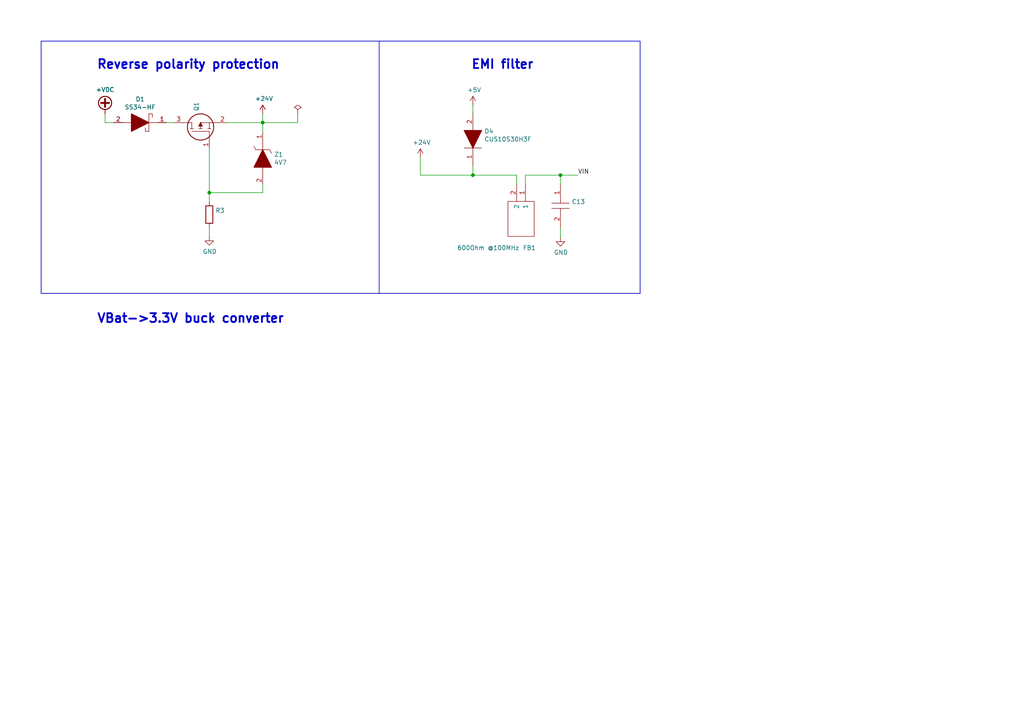
<source format=kicad_sch>
(kicad_sch (version 20230121) (generator eeschema)
  (paper "A4")
  (title_block (title "AC1") (date "2021-07-23") (rev "v0.10.0") (company "OMD") (comment 1 "STM32F411 + IIM-42652 + DAC"))
  (lib_symbols
    (symbol "Device:R" (pin_numbers hide) (pin_names (offset 0))
      (property "Reference" "R" (at 2.032 0 90))
      (property "Value" "R" (at 0 0 90))
      (symbol "R_0_1"
        (rectangle (start -1.016 -2.54) (end 1.016 2.54) (stroke (width 0.254)))
      )
      (symbol "R_1_1"
        (pin passive line (at 0 3.81 270) (length 1.27) (name "~") (number "1"))
        (pin passive line (at 0 -3.81 90) (length 1.27) (name "~") (number "2"))
      )
    )
    (symbol "SamacSys_Parts:AO3401A" (pin_names (offset 0.762))
      (property "Reference" "Q" (at 11.43 3.81 0))
      (property "Value" "AO3401A" (at 11.43 1.27 0))
      (symbol "AO3401A_0_0"
        (pin passive line (at 0 0 0) (length 2.54) (name "~") (number "1"))
        (pin passive line (at 7.62 -5.08 90) (length 2.54) (name "~") (number "2"))
        (pin passive line (at 7.62 10.16 270) (length 2.54) (name "~") (number "3"))
      )
      (symbol "AO3401A_0_1"
        (polyline (pts (xy 5.842 -0.508) (xy 5.842 0.508)) (stroke (width 0.1524)))
        (polyline (pts (xy 5.842 0) (xy 7.62 0)) (stroke (width 0.1524)))
        (polyline (pts (xy 5.842 2.032) (xy 5.842 3.048)) (stroke (width 0.1524)))
        (polyline (pts (xy 5.842 5.588) (xy 5.842 4.572)) (stroke (width 0.1524)))
        (polyline (pts (xy 7.62 2.54) (xy 5.842 2.54)) (stroke (width 0.1524)))
        (polyline (pts (xy 7.62 2.54) (xy 7.62 -2.54)) (stroke (width 0.1524)))
        (polyline (pts (xy 7.62 5.08) (xy 5.842 5.08)) (stroke (width 0.1524)))
        (polyline (pts (xy 7.62 5.08) (xy 7.62 7.62)) (stroke (width 0.1524)))
        (polyline (pts (xy 2.54 0) (xy 5.08 0) (xy 5.08 5.08)) (stroke (width 0.1524)))
        (polyline (pts (xy 7.62 2.54) (xy 6.604 3.048) (xy 6.604 2.032) (xy 7.62 2.54)) (stroke (width 0.254)) (fill (type outline)))
        (circle (center 6.35 2.54) (radius 3.81) (stroke (width 0.254)))
      )
    )
    (symbol "SamacSys_Parts:B5819WS-TP" (pin_names (offset 0.762))
      (property "Reference" "D" (at 11.43 5.08 0))
      (property "Value" "B5819WS-TP" (at 11.43 2.54 0))
      (symbol "B5819WS-TP_0_0"
        (pin passive line (at 0 0 0) (length 5.08) (name "~") (number "1"))
        (pin passive line (at 15.24 0 180) (length 5.08) (name "~") (number "2"))
      )
      (symbol "B5819WS-TP_0_1"
        (polyline (pts (xy 5.08 2.54) (xy 5.08 -2.54)) (stroke (width 0.1524)))
        (polyline (pts (xy 5.08 0) (xy 10.16 2.54) (xy 10.16 -2.54) (xy 5.08 0)) (stroke (width 0.254)) (fill (type outline)))
      )
    )
    (symbol "SamacSys_Parts:BLM18KG601SZ1D" (pin_names (offset 0.762))
      (property "Reference" "FB" (at 16.51 7.62 0))
      (property "Value" "BLM18KG601SZ1D" (at 16.51 5.08 0))
      (symbol "BLM18KG601SZ1D_0_0"
        (pin passive line (at 0 0 0) (length 5.08) (name "1") (number "1"))
        (pin passive line (at 0 -2.54 0) (length 5.08) (name "2") (number "2"))
      )
      (symbol "BLM18KG601SZ1D_0_1"
        (polyline (pts (xy 5.08 2.54) (xy 15.24 2.54) (xy 15.24 -5.08) (xy 5.08 -5.08) (xy 5.08 2.54)) (stroke (width 0.1524)))
      )
    )
    (symbol "SamacSys_Parts:BZT52C4V7T-7" (pin_names (offset 0.762))
      (property "Reference" "Z" (at 10.16 8.89 0))
      (property "Value" "BZT52C4V7T-7" (at 10.16 6.35 0))
      (symbol "BZT52C4V7T-7_0_0"
        (pin passive line (at 0 0 0) (length 2.54) (name "~") (number "1"))
        (pin passive line (at 15.24 0 180) (length 2.54) (name "~") (number "2"))
      )
      (symbol "BZT52C4V7T-7_0_1"
        (polyline (pts (xy 2.54 0) (xy 5.08 0)) (stroke (width 0.1524)))
        (polyline (pts (xy 4.064 -2.54) (xy 5.08 -2.032)) (stroke (width 0.1524)))
        (polyline (pts (xy 5.08 2.032) (xy 5.08 -2.032)) (stroke (width 0.1524)))
        (polyline (pts (xy 5.08 2.032) (xy 6.096 2.54)) (stroke (width 0.1524)))
        (polyline (pts (xy 12.7 0) (xy 10.16 0)) (stroke (width 0.1524)))
        (polyline (pts (xy 5.08 0) (xy 10.16 2.54) (xy 10.16 -2.54) (xy 5.08 0)) (stroke (width 0.254)) (fill (type outline)))
      )
    )
    (symbol "SamacSys_Parts:CL31A106KBHNNNE" (pin_names (offset 0.762))
      (property "Reference" "C" (at 8.89 6.35 0))
      (property "Value" "CL31A106KBHNNNE" (at 8.89 3.81 0))
      (symbol "CL31A106KBHNNNE_0_0"
        (pin passive line (at 0 0 0) (length 5.08) (name "~") (number "1"))
        (pin passive line (at 12.7 0 180) (length 5.08) (name "~") (number "2"))
      )
      (symbol "CL31A106KBHNNNE_0_1"
        (polyline (pts (xy 5.08 0) (xy 5.588 0)) (stroke (width 0.1524)))
        (polyline (pts (xy 5.588 2.54) (xy 5.588 -2.54)) (stroke (width 0.1524)))
        (polyline (pts (xy 7.112 0) (xy 7.62 0)) (stroke (width 0.1524)))
        (polyline (pts (xy 7.112 2.54) (xy 7.112 -2.54)) (stroke (width 0.1524)))
      )
    )
    (symbol "SamacSys_Parts:SS34-HF" (pin_names (offset 0.762))
      (property "Reference" "D" (at 12.7 8.89 0))
      (property "Value" "SS34-HF" (at 12.7 6.35 0))
      (symbol "SS34-HF_0_0"
        (pin passive line (at 2.54 0 0) (length 2.54) (name "~") (number "1"))
        (pin passive line (at 17.78 0 180) (length 2.54) (name "~") (number "2"))
      )
      (symbol "SS34-HF_0_1"
        (polyline (pts (xy 5.08 0) (xy 7.62 0)) (stroke (width 0.1524)))
        (polyline (pts (xy 7.62 2.54) (xy 7.62 -2.54)) (stroke (width 0.1524)))
        (polyline (pts (xy 12.7 0) (xy 15.24 0)) (stroke (width 0.1524)))
        (polyline (pts (xy 7.62 -2.54) (xy 6.604 -2.54) (xy 6.604 -1.524)) (stroke (width 0.1524)))
        (polyline (pts (xy 7.62 2.54) (xy 8.636 2.54) (xy 8.636 1.524)) (stroke (width 0.1524)))
        (polyline (pts (xy 7.62 0) (xy 12.7 2.54) (xy 12.7 -2.54) (xy 7.62 0)) (stroke (width 0.254)) (fill (type outline)))
      )
    )
    (symbol "power:+24V" (power) (pin_names (offset 0))
      (property "Value" "+24V" (at 0 3.556 0))
      (symbol "+24V_0_1"
        (polyline (pts (xy -0.762 1.27) (xy 0 2.54)))
        (polyline (pts (xy 0 0) (xy 0 2.54)))
        (polyline (pts (xy 0 2.54) (xy 0.762 1.27)))
      )
      (symbol "+24V_1_1"
        (pin power_in line (at 0 0 90) (length 0) hide (name "+24V") (number "1"))
      )
    )
    (symbol "power:+5V" (power) (pin_names (offset 0))
      (property "Value" "+5V" (at 0 3.556 0))
      (symbol "+5V_0_1"
        (polyline (pts (xy -0.762 1.27) (xy 0 2.54)))
        (polyline (pts (xy 0 0) (xy 0 2.54)))
        (polyline (pts (xy 0 2.54) (xy 0.762 1.27)))
      )
      (symbol "+5V_1_1"
        (pin power_in line (at 0 0 90) (length 0) hide (name "+5V") (number "1"))
      )
    )
    (symbol "power:+VDC" (power) (pin_names (offset 0))
      (property "Value" "+VDC" (at 0 6.35 0))
      (symbol "+VDC_0_1"
        (polyline (pts (xy -1.143 3.175) (xy 1.143 3.175)) (stroke (width 0.508)))
        (polyline (pts (xy 0 0) (xy 0 1.27)))
        (polyline (pts (xy 0 2.032) (xy 0 4.318)) (stroke (width 0.508)))
        (circle (center 0 3.175) (radius 1.905) (stroke (width 0.254)))
      )
      (symbol "+VDC_1_1"
        (pin power_in line (at 0 0 90) (length 0) hide (name "+VDC") (number "1"))
      )
    )
    (symbol "power:GND" (power) (pin_names (offset 0))
      (property "Value" "GND" (at 0 -3.81 0))
      (symbol "GND_0_1"
        (polyline (pts (xy 0 0) (xy 0 -1.27) (xy 1.27 -1.27) (xy 0 -2.54) (xy -1.27 -1.27) (xy 0 -1.27)))
      )
      (symbol "GND_1_1"
        (pin power_in line (at 0 0 270) (length 0) hide (name "GND") (number "1"))
      )
    )
    (symbol "power:PWR_FLAG" (power) (pin_numbers hide) (pin_names (offset 0) hide)
      (property "Value" "PWR_FLAG" (at 0 3.81 0))
      (symbol "PWR_FLAG_0_0"
        (pin power_out line (at 0 0 90) (length 0) (name "pwr") (number "1"))
      )
      (symbol "PWR_FLAG_0_1"
        (polyline (pts (xy 0 0) (xy 0 1.27) (xy -1.016 1.905) (xy 0 2.54) (xy 1.016 1.905) (xy 0 1.27)))
      )
    )
  )
  (junction (at 137.16 50.8))
  (junction (at 60.706 55.88))
  (junction (at 76.2 35.56))
  (junction (at 162.56 50.8))
  (wire (pts (xy 60.706 58.42) (xy 60.706 55.88)))
  (wire (pts (xy 162.56 66.04) (xy 162.56 68.834)))
  (wire (pts (xy 149.86 50.8) (xy 149.86 53.34)))
  (wire (pts (xy 152.4 50.8) (xy 162.56 50.8)))
  (wire (pts (xy 60.706 55.88) (xy 60.706 43.18)))
  (wire (pts (xy 86.36 35.56) (xy 76.2 35.56)))
  (wire (pts (xy 137.16 30.48) (xy 137.16 32.766)))
  (wire (pts (xy 137.16 50.8) (xy 137.16 48.006)))
  (wire (pts (xy 162.56 50.8) (xy 167.64 50.8)))
  (wire (pts (xy 76.2 38.354) (xy 76.2 35.56)))
  (wire (pts (xy 162.56 53.34) (xy 162.56 50.8)))
  (wire (pts (xy 60.706 68.58) (xy 60.706 66.04)))
  (polyline (pts (xy 11.938 11.938) (xy 185.674 11.938)))
  (polyline (pts (xy 11.938 11.938) (xy 185.674 11.938)))
  (wire (pts (xy 76.2 35.56) (xy 76.2 33.02)))
  (wire (pts (xy 65.786 35.56) (xy 76.2 35.56)))
  (polyline (pts (xy 11.938 85.09) (xy 185.674 85.09)))
  (polyline (pts (xy 11.938 85.09) (xy 185.674 85.09)))
  (wire (pts (xy 76.2 55.88) (xy 60.706 55.88)))
  (wire (pts (xy 121.92 50.8) (xy 137.16 50.8)))
  (polyline (pts (xy 109.982 85.09) (xy 109.982 11.938)))
  (polyline (pts (xy 109.982 85.09) (xy 109.982 11.938)))
  (wire (pts (xy 76.2 53.594) (xy 76.2 55.88)))
  (wire (pts (xy 48.26 35.56) (xy 50.546 35.56)))
  (polyline (pts (xy 185.674 85.09) (xy 185.674 11.938)))
  (polyline (pts (xy 185.674 85.09) (xy 185.674 11.938)))
  (wire (pts (xy 30.48 33.02) (xy 30.48 35.56)))
  (wire (pts (xy 86.36 33.02) (xy 86.36 35.56)))
  (wire (pts (xy 137.16 50.8) (xy 149.86 50.8)))
  (wire (pts (xy 121.92 45.72) (xy 121.92 50.8)))
  (wire (pts (xy 30.48 35.56) (xy 33.02 35.56)))
  (wire (pts (xy 152.4 53.34) (xy 152.4 50.8)))
  (polyline (pts (xy 11.938 11.938) (xy 11.938 85.09)))
  (polyline (pts (xy 11.938 11.938) (xy 11.938 85.09)))
  (text "VBat->3.3V buck converter" (at 82.55 93.98 0) (effects (font (size 2.5654 2.5654) (thickness 0.5131) bold) (justify right bottom)))
  (text "Reverse polarity protection" (at 81.28 20.32 0) (effects (font (size 2.5654 2.5654) (thickness 0.5131) bold) (justify right bottom)))
  (text "EMI filter" (at 154.94 20.32 0) (effects (font (size 2.5654 2.5654) (thickness 0.5131) bold) (justify right bottom)))
  (label "VIN" (at 167.64 50.8 0))
  (symbol (lib_id "power:+VDC") (at 30.48 33.02 0) (unit 1)
    (property "Reference" "#PWR024" (effects hide))
    (property "Value" "+VDC" (at 30.48 26.035 0))
  )
  (symbol (lib_id "power:+5V") (at 137.16 30.48 0) (unit 1)
    (property "Reference" "#PWR023" (effects hide))
    (property "Value" "+5V" (at 137.541 26.0858 0))
  )
  (symbol (lib_id "power:+24V") (at 76.2 33.02 0) (unit 1)
    (property "Reference" "#PWR025" (effects hide))
    (property "Value" "Vin" (at 76.581 28.6258 0))
    (instances (project "DPB-PCB" (path "" (reference "#PWR002") (unit 1))))
  )
  (symbol (lib_id "power:GND") (at 162.56 68.834 0) (unit 1)
    (property "Reference" "#PWR028" (effects hide))
    (property "Value" "GND" (at 162.687 73.2282 0))
  )
  (symbol (lib_id "Device:R") (at 60.706 62.23 0) (unit 1)
    (property "Reference" "R3" (at 62.484 61.0616 0) (effects (justify left)))
    (property "Value" "3k9" (at 62.484 63.373 0) (effects (justify left)))
    (property "Footprint" "Resistor_SMD:R_0402_1005Metric" (effects hide))
    (property "LCSC Part #" "C51721" (effects hide))
    (property "LCSC" "C51721" (effects hide))
    (property "Value" "3k9" (effects hide))
    (property "Manufacturer_Name" "Vishay" (effects hide))
    (property "Mouser Part Number" "71-CRCW04023K90FKEDC" (effects hide))
    (property "Mouser Price/Stock" "https://www.mouser.it/ProductDetail/Vishay-Dale/CRCW04023K90FKEDC?qs=E3Y5ESvWgWOGxddpwUCVcA%3D%3D" (effects hide))
    (property "Supplier Name" "Mouser" (effects hide))
    (property "Supplier Part Number" "71-CRCW04023K90FKEDC" (effects hide))
  )
  (symbol (lib_id "power:GND") (at 60.706 68.58 0) (unit 1)
    (property "Reference" "#PWR003" (effects hide))
    (property "Value" "GND" (at 60.833 72.9742 0))
  )
  (symbol (lib_id "SamacSys_Parts:AO3401A") (at 60.706 43.18 90) (unit 1)
    (property "Reference" "Q1" (at 56.9976 32.258 0) (effects (justify left)))
    (property "Value" "AO3401A" (at 59.309 32.258 0) (effects (justify left)))
    (property "Footprint" "Librerie:SOT95P280X125-3N" (effects hide))
    (property "Datasheet" "http://www.aosmd.com/pdfs/datasheet/AO3401A.pdf" (effects hide))
    (property "Description" "30V P-Channel MOSFET" (effects hide))
    (property "Height" "1.25" (effects hide))
    (property "Manufacturer_Name" "	Vishay" (effects hide))
    (property "Manufacturer_Part_Number" "SI2347DS-T1-GE3" (effects hide))
    (property "Mouser Part Number" "78-SI2347DS-T1-GE3" (effects hide))
    (property "Mouser Price/Stock" "https://www.mouser.it/ProductDetail/Vishay-Semiconductors/SI2347DS-T1-GE3?qs=wnm%2FPMJNddFQv4lfacOrcA%3D%3D" (effects hide))
    (property "Arrow Part Number" "AO3401A" (effects hide))
    (property "Arrow Price/Stock" "https://www.arrow.com/en/products/ao3401a/alpha-and-omega-semiconductor" (effects hide))
    (property "LCSC Part #" "C15127" (effects hide))
    (property "LCSC" "C15127" (effects hide))
    (property "Value" "PMOS" (effects hide))
    (property "Supplier Name" "Mouser" (effects hide))
    (property "Supplier Part Number" "78-SI2347DS-T1-GE3" (effects hide))
    (property "URL" "https://www.mouser.it/ProductDetail/Vishay-Semiconductors/SI2347DS-T1-GE3?qs=wnm%2FPMJNddFQv4lfacOrcA%3D%3D" (effects hide))
  )
  (symbol (lib_id "power:PWR_FLAG") (at 86.36 33.02 0) (unit 1)
    (property "Reference" "#FLG0104" (effects hide))
    (property "Value" "PWR_FLAG" (effects hide))
  )
  (symbol (lib_id "SamacSys_Parts:SS34-HF") (at 50.8 35.56 180) (unit 1)
    (property "Reference" "D1" (at 40.64 28.7782 0))
    (property "Value" "SS34-HF" (at 40.64 31.0896 0))
    (property "Footprint" "DIOM5025X220N" (effects hide))
    (property "Datasheet" "https://ms.componentsearchengine.com/Datasheets/1/SS34-HF.pdf" (effects hide))
    (property "Description" "Schottky Diodes & Rectifiers 40V 3A" (effects hide))
    (property "Height" "2.2" (effects hide))
    (property "Manufacturer_Name" "Comchip Technology" (effects hide))
    (property "Manufacturer_Part_Number" "SS34-FA" (effects hide))
    (property "Mouser Part Number" "512-SS34FA" (effects hide))
    (property "Mouser Price/Stock" "https://www.mouser.it/ProductDetail/ON-Semiconductor-Fairchild/SS34FA?qs=R26iFe%2FkX%2FK1QUwZdCmBBw%3D%3D" (effects hide))
    (property "LCSC" "C8678" (effects hide))
    (property "LCSC Part #" "C8678" (effects hide))
    (property "Supplier Part Number" "512-SS34FA" (effects hide))
    (property "Supplier Name" "Mouser" (effects hide))
    (property "URL" "https://www.mouser.it/ProductDetail/ON-Semiconductor-Fairchild/SS34FA?qs=R26iFe%2FkX%2FK1QUwZdCmBBw%3D%3D" (effects hide))
  )
  (symbol (lib_id "SamacSys_Parts:BLM18KG601SZ1D") (at 152.4 53.34 270) (unit 1)
    (property "Reference" "FB1" (at 151.638 71.882 90) (effects (justify left)))
    (property "Value" "600Ohm @100MHz" (at 132.588 71.882 90) (effects (justify left)))
    (property "Footprint" "BLM18KG102SH1J" (effects hide))
    (property "Datasheet" "https://www.murata.com/en-us/products/productdetail?partno=BLM18KG601SZ1%23" (effects hide))
    (property "Description" "BLM18_Z1D Series EMI Suppression Filter 600+/-25% at 100MHz 1.3A @85" (effects hide))
    (property "Height" "0.95" (effects hide))
    (property "Mouser Part Number" "81-BLM18KG601SZ1D" (effects hide))
    (property "Mouser Price/Stock" "https://www.mouser.co.uk/ProductDetail/Murata-Electronics/BLM18KG601SZ1D?qs=lEfY3O89AqnV6%252BZhEJ2RoQ%3D%3D" (effects hide))
    (property "Manufacturer_Name" "Murata Electronics" (effects hide))
    (property "Manufacturer_Part_Number" "BLM18KG601SZ1D" (effects hide))
    (property "Supplier Name" "Mouser" (effects hide))
    (property "Supplier Part Number" "81-BLM18KG601SZ1D" (effects hide))
  )
  (symbol (lib_id "power:+24V") (at 76.2 33.02 0) (unit 1)
    (property "Reference" "#PWR025" (effects hide))
    (property "Value" "+24V" (effects hide))
  )
  (symbol (lib_id "SamacSys_Parts:CL31A106KBHNNNE") (at 162.56 53.34 270) (unit 1)
    (property "Reference" "C13" (at 165.8112 58.5216 90) (effects (justify left)))
    (property "Value" "10u 50V" (at 165.8112 60.833 90) (effects (justify left)))
    (property "Footprint" "Librerie:CAPC3216X180N" (effects hide))
    (property "Datasheet" "http://www.samsungsem.com/kr/support/product-search/mlcc/__icsFiles/afieldfile/2016/08/18/S_CL31A106KBHNNNE.pdf" (effects hide))
    (property "Description" "Samsung Multi-layer Ceramic Capacitor, 1206, 10uF, 50V" (effects hide))
    (property "Height" "1.8" (effects hide))
    (property "Manufacturer_Name" "Samsung Electro-Mechanics" (effects hide))
    (property "Manufacturer_Part_Number" "CL31A106KBHNNNE" (effects hide))
    (property "Mouser Part Number" "187-CL31A106KBHNNNE" (effects hide))
    (property "Mouser Price/Stock" "https://www.mouser.co.uk/ProductDetail/Samsung-Electro-Mechanics/CL31A106KBHNNNE/?qs=X6jEic%2FHinBsSMnC%2FFnmbg%3D%3D" (effects hide))
    (property "Arrow Part Number" "CL31A106KBHNNNE" (effects hide))
    (property "Arrow Price/Stock" "https://www.arrow.com/en/products/cl31a106kbhnnne/samsung-electro-mechanics" (effects hide))
    (property "LCSC Part #" "C13585" (effects hide))
    (property "LCSC" "C13585" (effects hide))
    (property "Value" "10u 50V" (effects hide))
    (property "Supplier Name" "Mouser" (effects hide))
    (property "Supplier Part Number" "187-CL31A106KBHNNNE" (effects hide))
  )
  (symbol (lib_id "SamacSys_Parts:B5819WS-TP") (at 137.16 48.006 90) (unit 1)
    (property "Reference" "D4" (at 140.462 38.0746 90) (effects (justify right)))
    (property "Value" "CUS10S30H3F" (at 140.462 40.386 90) (effects (justify right)))
    (property "Footprint" "SOD2512X115N" (effects hide))
    (property "Datasheet" "https://www.arrow.com/en/products/b5819ws-tp/micro-commercial-components" (effects hide))
    (property "Description" "Diode Schottky 30V 1A 2-Pin SOD-323 T/R" (effects hide))
    (property "Height" "1.15" (effects hide))
    (property "Mouser Part Number" "757-CUS10S30H3F" (effects hide))
    (property "Mouser Price/Stock" "https://www.mouser.it/ProductDetail/Toshiba/CUS10S30H3F?qs=cW4DzVrAanO4Xm6ySrHr7g%3D%3D" (effects hide))
    (property "Manufacturer_Name" "Toshiba" (effects hide))
    (property "Manufacturer_Part_Number" "CUS10S30H3F" (effects hide))
    (property "LCSC" "C22624" (effects hide))
    (property "Supplier Part Number" "757-CUS10S30H3F" (effects hide))
    (property "Supplier Name" "Mouser" (effects hide))
  )
  (symbol (lib_id "power:+24V") (at 121.92 45.72 0) (unit 1)
    (property "Reference" "#PWR026" (effects hide))
    (property "Value" "+24V" (at 122.301 41.3258 0))
  )
  (symbol (lib_id "SamacSys_Parts:BZT52C4V7T-7") (at 76.2 38.354 270) (unit 1)
    (property "Reference" "Z1" (at 79.502 44.8056 90) (effects (justify left)))
    (property "Value" "4V7" (at 79.502 47.117 90) (effects (justify left)))
    (property "Footprint" "SODFL1608X65N" (effects hide))
    (property "Datasheet" "https://www.mouser.com/datasheet/2/115/ds30502-1142513.pdf" (effects hide))
    (property "Description" "Zener Diodes" (effects hide))
    (property "Height" "0.65" (effects hide))
    (property "Manufacturer_Name" "Diodes Inc." (effects hide))
    (property "Manufacturer_Part_Number" "BZT52C4V7T-7" (effects hide))
    (property "Mouser Part Number" "863-SZMM5Z4V7ST1G" (effects hide))
    (property "Mouser Price/Stock" "https://www.mouser.it/ProductDetail/ON-Semiconductor/SZMM5Z4V7ST1G?qs=PJJcWtbOkNXldC8QwYLtqg%3D%3D" (effects hide))
    (property "Arrow Part Number" "BZT52C4V7T-7" (effects hide))
    (property "Arrow Price/Stock" "https://www.arrow.com/en/products/bzt52c4v7t-7/diodes-incorporated" (effects hide))
    (property "LCSC Part #" "C151452" (effects hide))
    (property "LCSC" "C151452" (effects hide))
    (property "Supplier Name" "Mouser" (effects hide))
    (property "Supplier Part Number" "863-SZMM5Z4V7ST1G" (effects hide))
    (property "URL" "https://www.mouser.it/ProductDetail/ON-Semiconductor/SZMM5Z4V7ST1G?qs=PJJcWtbOkNXldC8QwYLtqg%3D%3D" (effects hide))
  )
  (symbol (lib_id "power:+VDC") (at 30.48 33.02 0) (unit 1)
    (property "Reference" "#PWR024" (effects hide))
    (property "Value" "+VDC" (at 30.48 26.035 0))
    (instances (project "DPB-PCB" (path "" (reference "#PWR001") (unit 1))))
  )
)
</source>
